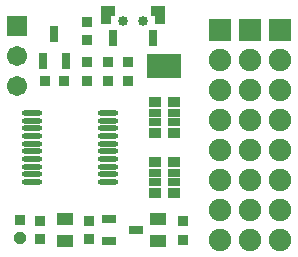
<source format=gts>
G04*
G04 #@! TF.GenerationSoftware,Altium Limited,Altium Designer,20.2.6 (244)*
G04*
G04 Layer_Color=8388736*
%FSLAX24Y24*%
%MOIN*%
G70*
G04*
G04 #@! TF.SameCoordinates,5BA78797-F0C5-4362-90F7-91A5E935EFA1*
G04*
G04*
G04 #@! TF.FilePolarity,Negative*
G04*
G01*
G75*
%ADD16R,0.0380X0.0380*%
%ADD17R,0.0380X0.0380*%
%ADD18R,0.0277X0.0552*%
%ADD19R,0.0474X0.0257*%
%ADD20R,0.0434X0.0336*%
%ADD21R,0.0434X0.0277*%
%ADD22R,0.0580X0.0430*%
%ADD23O,0.0671X0.0198*%
%ADD24P,0.0411X8X292.5*%
%ADD25R,0.0316X0.0552*%
%ADD26R,0.0237X0.0336*%
%ADD27R,0.0336X0.0592*%
%ADD28C,0.0671*%
%ADD29R,0.0671X0.0671*%
%ADD30R,0.1182X0.0789*%
%ADD31C,0.0749*%
%ADD32R,0.0749X0.0749*%
%ADD33C,0.0336*%
D16*
X1688Y6190D02*
D03*
X2300D02*
D03*
D17*
X3080Y7544D02*
D03*
Y8156D02*
D03*
X4460Y6200D02*
D03*
Y6812D02*
D03*
X3780Y6200D02*
D03*
Y6812D02*
D03*
X840Y1556D02*
D03*
X1510Y924D02*
D03*
Y1536D02*
D03*
X3160Y924D02*
D03*
Y1536D02*
D03*
X3080Y6812D02*
D03*
Y6200D02*
D03*
X6280Y904D02*
D03*
Y1516D02*
D03*
D18*
X1994Y7770D02*
D03*
X2368Y6870D02*
D03*
X1620D02*
D03*
D19*
X3810Y1604D02*
D03*
Y856D02*
D03*
X4703Y1230D02*
D03*
D20*
X5335Y3474D02*
D03*
Y2466D02*
D03*
X5965D02*
D03*
Y3474D02*
D03*
X5335Y5474D02*
D03*
Y4466D02*
D03*
X5965D02*
D03*
Y5474D02*
D03*
D21*
X5335Y3127D02*
D03*
Y2813D02*
D03*
X5965D02*
D03*
Y3127D02*
D03*
X5335Y5127D02*
D03*
Y4813D02*
D03*
X5965D02*
D03*
Y5127D02*
D03*
D22*
X5460Y856D02*
D03*
Y1604D02*
D03*
X2360Y1604D02*
D03*
Y856D02*
D03*
D23*
X1260Y5122D02*
D03*
Y4866D02*
D03*
Y4610D02*
D03*
Y4354D02*
D03*
Y4098D02*
D03*
Y3842D02*
D03*
Y3586D02*
D03*
Y3330D02*
D03*
Y3074D02*
D03*
Y2818D02*
D03*
X3780Y5122D02*
D03*
Y4866D02*
D03*
Y4610D02*
D03*
Y4354D02*
D03*
Y4098D02*
D03*
Y3842D02*
D03*
Y3586D02*
D03*
Y3330D02*
D03*
Y3074D02*
D03*
Y2818D02*
D03*
D24*
X840Y944D02*
D03*
D25*
X5279Y7622D02*
D03*
X3941D02*
D03*
D26*
X5319Y8518D02*
D03*
X3901D02*
D03*
D27*
X5525Y8390D02*
D03*
X3695D02*
D03*
D28*
X750Y6020D02*
D03*
Y7020D02*
D03*
D29*
Y8020D02*
D03*
D30*
X5640Y6700D02*
D03*
D31*
X7500Y2900D02*
D03*
Y3900D02*
D03*
Y4900D02*
D03*
Y5900D02*
D03*
Y6900D02*
D03*
Y1900D02*
D03*
Y900D02*
D03*
X8500Y2900D02*
D03*
Y3900D02*
D03*
Y4900D02*
D03*
Y5900D02*
D03*
Y6900D02*
D03*
Y1900D02*
D03*
Y900D02*
D03*
X9500Y2900D02*
D03*
Y3900D02*
D03*
Y4900D02*
D03*
Y5900D02*
D03*
Y6900D02*
D03*
Y1900D02*
D03*
Y900D02*
D03*
D32*
X7500Y7900D02*
D03*
X8500D02*
D03*
X9500D02*
D03*
D33*
X4945Y8173D02*
D03*
X4275D02*
D03*
M02*

</source>
